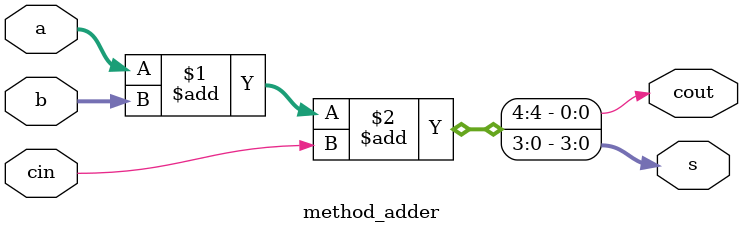
<source format=sv>
module method_adder#(parameter N=4)(input logic [N-1:0] a, b, 
												input logic cin, 
												output logic [N-1:0] s, 
												output logic cout);

	assign {cout,s} = a + b + cin;
endmodule
</source>
